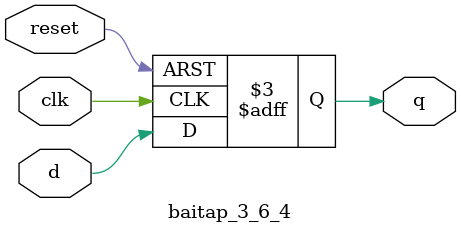
<source format=v>
module baitap_3_6_4(
	input d,
	input clk,
	input reset,
	output reg q
);
	always @(posedge clk or negedge reset) begin
		if(!reset) begin
			q <= 1'b0;
		end else begin
			q <= d;
		end
	end
endmodule
</source>
